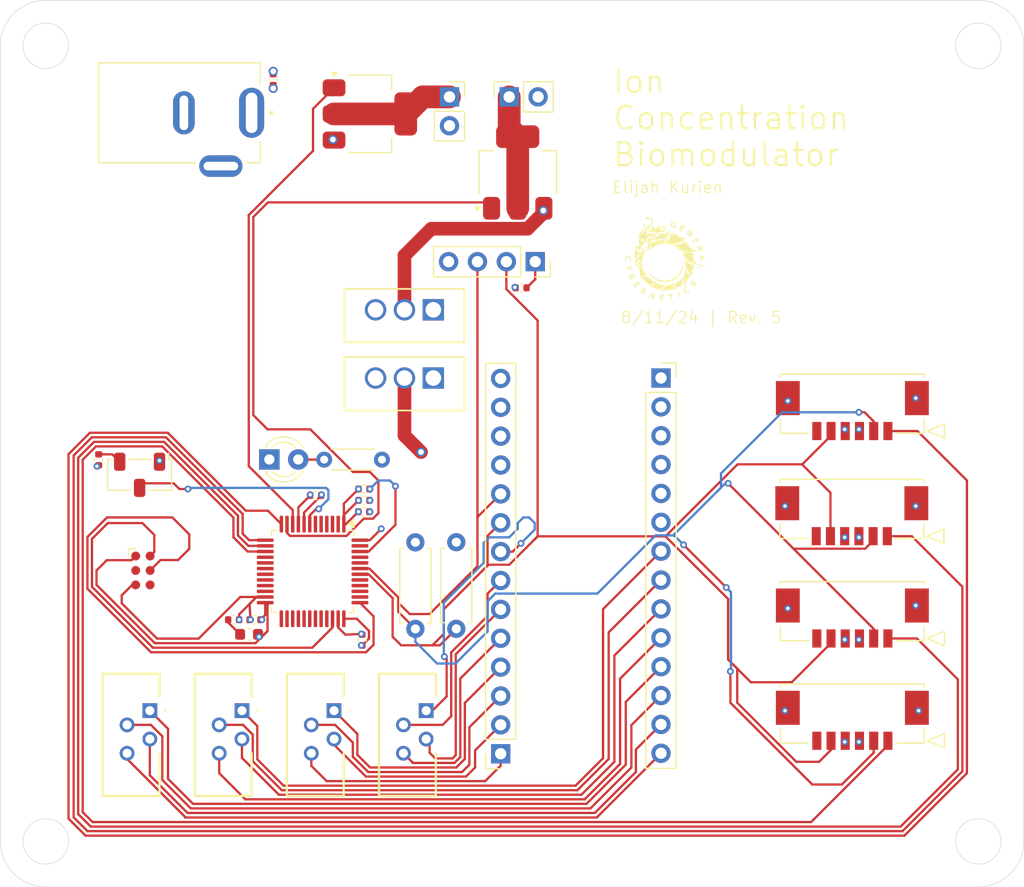
<source format=kicad_pcb>
(kicad_pcb (version 20240108) (generator "pcbnew") (generator_version "8.0")
  (layers (0 "F.Cu" signal) (1 "In1.Cu" power "Power") (2 "In2.Cu" power "GND") (31 "B.Cu" signal) (34 "B.Paste" user) (35 "F.Paste" user) (36 "B.SilkS" user "B.Silkscreen") (37 "F.SilkS" user "F.Silkscreen") (38 "B.Mask" user) (39 "F.Mask" user) (44 "Edge.Cuts" user))
  (net 0 "")
  (net 1 "GND")
  (net 2 "Net-(SW2-A)")
  (net 3 "+3.3V")
  (net 4 "Net-(C25-Pad1)")
  (net 5 "Net-(D2-A)")
  (net 6 "Net-(J11-Pin_5)")
  (net 7 "Net-(J11-Pin_6)")
  (net 8 "Net-(J11-Pin_8)")
  (net 9 "Net-(J11-Pin_7)")
  (net 10 "Net-(J11-Pin_1)")
  (net 11 "Net-(J11-Pin_4)")
  (net 12 "Net-(J11-Pin_2)")
  (net 13 "Net-(J11-Pin_3)")
  (net 14 "/I2C_SDA")
  (net 15 "+5V")
  (net 16 "Net-(J12-Pin_9)")
  (net 17 "Net-(J12-Pin_13)")
  (net 18 "Net-(J12-Pin_12)")
  (net 19 "Net-(J12-Pin_8)")
  (net 22 "Net-(J12-Pin_7)")
  (net 24 "Net-(J12-Pin_14)")
  (net 25 "Net-(J12-Pin_11)")
  (net 26 "Net-(J12-Pin_10)")
  (net 28 "/SWDIO")
  (net 30 "/SWCLK")
  (net 32 "Net-(J16-Pin_1)")
  (net 33 "+12V")
  (net 34 "/PELT_OUT")
  (net 35 "/SOLEN_OUT")
  (net 36 "/NRST")
  (net 37 "/I2C_SCK")
  (net 40 "/IRQn3")
  (net 53 "/IRQn4")
  (net 68 "/IRQn1")
  (net 69 "/IRQn2")
  (net 70 "Net-(Q3-D)")
  (footprint "Inductor_SMD:L_0603_1608Metric" (layer "F.Cu") (at 142.875 106.7875)
    (property "Reference" "FB2" (hide yes))
    (property "Value" "120R")
  )
  (footprint "Resistor_THT:R_Axial_DIN0207_L6.3mm_D2.5mm_P7.62mm_Horizontal" (layer "F.Cu") (at 161.1 98.68 -90)
    (property "Reference" "R1" (hide yes))
    (property "Value" "10,000R")
  )
  (footprint "Package_TO_SOT_SMD:SOT-223-3_TabPin2" (layer "F.Cu") (at 153.5 61)
    (property "Reference" "Q1" (hide yes))
    (property "Value" "NDT3055L")
  )
  (footprint "Capacitor_SMD:C_0402_1005Metric" (layer "F.Cu") (at 143.4 105.5 180)
    (property "Reference" "C18" (hide yes))
    (property "Value" "100nF")
  )
  (footprint "Resistor_THT:R_Axial_DIN0204_L3.6mm_D1.6mm_P5.08mm_Horizontal" (layer "F.Cu") (at 154.56 91.4125 180)
    (property "Reference" "R2" (hide yes))
    (property "Value" "220R")
  )
  (footprint "microfluidics:39532045" (layer "F.Cu") (at 158.45 113.5 -90)
    (property "Reference" "J8" (hide yes))
    (property "Value" "39-53-2045" (hide yes))
  )
  (footprint "Capacitor_SMD:C_0402_1005Metric" (layer "F.Cu") (at 148.7375 94.5625)
    (property "Reference" "C21" (hide yes))
    (property "Value" "100nF")
  )
  (footprint "microfluidics:39532045" (layer "F.Cu") (at 150.35 113.5 -90)
    (property "Reference" "J10" (hide yes))
    (property "Value" "39-53-2045" (hide yes))
  )
  (footprint "Capacitor_SMD:C_0402_1005Metric" (layer "F.Cu") (at 129.65 91.43 90)
    (property "Reference" "C14" (hide yes))
    (property "Value" "100nF")
  )
  (footprint "Capacitor_SMD:C_0402_1005Metric" (layer "F.Cu") (at 152.8125 107.2925 90)
    (property "Reference" "C16" (hide yes))
    (property "Value" "1uF")
  )
  (footprint "Connector_PinSocket_2.54mm:PinSocket_1x02_P2.54mm_Vertical" (layer "F.Cu") (at 165.75 59.5 90)
    (property "Reference" "PE1" (hide yes))
    (property "Value" "PeltierElement")
  )
  (footprint "LED_THT:LED_D3.0mm" (layer "F.Cu") (at 144.66 91.4)
    (property "Reference" "D2" (hide yes))
    (property "Value" "LED")
  )
  (footprint "microfluidics:39532045" (layer "F.Cu") (at 142.25 113.5 -90)
    (property "Reference" "J13" (hide yes))
    (property "Value" "39-53-2045" (hide yes))
  )
  (footprint "LOGO" (layer "F.Cu") (at 179.5 74)
    (property "Reference" "G***" (hide yes))
    (property "Value" "LOGO" (hide yes))
  )
  (footprint "Button_Switch_SMD:Nidec_Copal_CAS-120A" (layer "F.Cu") (at 133.25 92.75 -90)
    (property "Reference" "SW2" (hide yes))
    (property "Value" "SW_Nidec_CAS-120A1")
  )
  (footprint "Package_TO_SOT_SMD:SOT-223-3_TabPin2" (layer "F.Cu") (at 166.5 66.15 90)
    (property "Reference" "Q3" (hide yes))
    (property "Value" "NDT3055L")
  )
  (footprint "co2_sensor_footprint:CON_532610671" (layer "F.Cu") (at 199.05 88.899999 180)
    (property "Reference" "J4" (hide yes))
    (property "Value" "532610671" (hide yes))
  )
  (footprint "Capacitor_SMD:C_0402_1005Metric" (layer "F.Cu") (at 145 57.98 90)
    (property "Reference" "C1" (hide yes))
    (property "Value" "1uF")
  )
  (footprint "co2_sensor_footprint:CON_532610671" (layer "F.Cu") (at 199.05 107.149999 180)
    (property "Reference" "J1" (hide yes))
    (property "Value" "532610671" (hide yes))
  )
  (footprint "co2_sensor_footprint:CON_532610671" (layer "F.Cu") (at 199 98.149999 180)
    (property "Reference" "J3" (hide yes))
    (property "Value" "532610671" (hide yes))
  )
  (footprint "Resistor_THT:R_Axial_DIN0207_L6.3mm_D2.5mm_P7.62mm_Horizontal" (layer "F.Cu") (at 157.5 98.69 -90)
    (property "Reference" "R3" (hide yes))
    (property "Value" "10,000R")
  )
  (footprint "Package_QFP:LQFP-48_7x7mm_P0.5mm" (layer "F.Cu") (at 148.4625 101.25 -90)
    (property "Reference" "U6" (hide yes))
    (property "Value" "STM32F410C8Tx")
  )
  (footprint "Connector_PinSocket_2.54mm:PinSocket_1x04_P2.54mm_Vertical" (layer "F.Cu") (at 168.04 74 -90)
    (property "Reference" "J5" (hide yes))
    (property "Value" "Conn_01x04_Socket" (hide yes))
  )
  (footprint "co2_sensor_footprint:CON_532610671" (layer "F.Cu") (at 199.05 116.149999 180)
    (property "Reference" "J2" (hide yes))
    (property "Value" "532610671" (hide yes))
  )
  (footprint "lm1084IT_regulator:T03B" (layer "F.Cu") (at 154 85.25 180)
    (property "Reference" "U3" (hide yes))
    (property "Value" "LM1084-3.3" (hide yes))
  )
  (footprint "microfluidics:39532045" (layer "F.Cu") (at 134.15 113.5 -90)
    (property "Reference" "J14" (hide yes))
    (property "Value" "39-53-2045" (hide yes))
  )
  (footprint "Connector_PinSocket_2.54mm:PinSocket_1x14_P2.54mm_Vertical" (layer "F.Cu") (at 165 117.29 180)
    (property "Reference" "J11" (hide yes))
    (property "Value" "Conn_01x14_Pin" (hide yes))
  )
  (footprint "lm1084IT_regulator:T03B" (layer "F.Cu") (at 154 79.25 180)
    (property "Reference" "U2" (hide yes))
    (property "Value" "LM1084-5.0" (hide yes))
  )
  (footprint "Connector_PinSocket_2.54mm:PinSocket_1x14_P2.54mm_Vertical" (layer "F.Cu") (at 179.1 84.23)
    (property "Reference" "J12" (hide yes))
    (property "Value" "Conn_01x14_Pin" (hide yes))
  )
  (footprint "Capacitor_SMD:C_0402_1005Metric" (layer "F.Cu") (at 152.96 96)
    (property "Reference" "C22" (hide yes))
    (property "Value" "100nF")
  )
  (footprint "Capacitor_SMD:C_0402_1005Metric" (layer "F.Cu") (at 152.98 95)
    (property "Reference" "C24" (hide yes))
    (property "Value" "1uF")
  )
  (footprint "Capacitor_SMD:C_0402_1005Metric" (layer "F.Cu") (at 152.98 94)
    (property "Reference" "C23" (hide yes))
    (property "Value" "100nF")
  )
  (footprint "Connector:Tag-Connect_TC2030-IDC-FP_2x03_P1.27mm_Vertical" (layer "F.Cu") (at 133.54 101.165 -90)
    (property "Reference" "J15" (hide yes))
    (property "Value" "Conn_ARM_SWD_TagConnect_TC2030")
  )
  (footprint "Capacitor_SMD:C_0402_1005Metric" (layer "F.Cu") (at 166.8 76.3)
    (property "Reference" "C2" (hide yes))
    (property "Value" "100nF")
  )
  (footprint "Connector_PinSocket_2.54mm:PinSocket_1x02_P2.54mm_Vertical" (layer "F.Cu") (at 160.5 59.5)
    (property "Reference" "J16" (hide yes))
    (property "Value" "Conn_01x02_Socket")
  )
  (footprint "barrel_jack_EJ508A:MPD_EJ508A" (layer "F.Cu") (at 140.395 60.9 -90)
    (property "Reference" "J18" (hide yes))
    (property "Value" "EJ508A")
  )
  (footprint "Capacitor_SMD:C_0402_1005Metric" (layer "F.Cu") (at 141.52 105.5)
    (property "Reference" "C25" (hide yes))
    (property "Value" "1uF")
  )
  (gr_arc (start 121 55) (mid 122.171573 52.171573) (end 125 51) (stroke (width 0.05)) (layer "Edge.Cuts"))
  (gr_line (start 207 129) (end 125 129) (stroke (width 0.05)) (layer "Edge.Cuts"))
  (gr_arc (start 125 129) (mid 122.171573 127.828427) (end 121 125) (stroke (width 0.05)) (layer "Edge.Cuts"))
  (gr_circle (center 207 125) (end 207 123) (stroke (width 0.05)) (fill none) (layer "Edge.Cuts"))
  (gr_circle (center 125 125) (end 125 123) (stroke (width 0.05)) (fill none) (layer "Edge.Cuts"))
  (gr_circle (center 207 55) (end 207 53) (stroke (width 0.05)) (fill none) (layer "Edge.Cuts"))
  (gr_line (start 125 51) (end 207 51) (stroke (width 0.05)) (layer "Edge.Cuts"))
  (gr_arc (start 211 125) (mid 209.828427 127.828427) (end 207 129) (stroke (width 0.05)) (layer "Edge.Cuts"))
  (gr_line (start 121 125) (end 121 55) (stroke (width 0.05)) (layer "Edge.Cuts"))
  (gr_line (start 211 55) (end 211 125) (stroke (width 0.05)) (layer "Edge.Cuts"))
  (gr_circle (center 125 55) (end 125 53) (stroke (width 0.05)) (fill none) (layer "Edge.Cuts"))
  (gr_arc (start 207 51) (mid 209.828427 52.171573) (end 211 55) (stroke (width 0.05)) (layer "Edge.Cuts"))
  (gr_text "Elijah Kurien" (at 174.75 68.05 0) (layer "F.SilkS") (effects (font (size 1 1) (thickness 0.1)) (justify left bottom)))
  (gr_text "Ion\nConcentration\nBiomodulator" (at 174.75 65.75 0) (layer "F.SilkS") (effects (font (size 2 2) (thickness 0.2)) (justify left bottom)))
  (gr_text "8/11/24 | Rev. 5\n" (at 175.5 79.5 0) (layer "F.SilkS") (effects (font (size 1 1) (thickness 0.1)) (justify left bottom)))
  (segment (start 132.598565 102.435) (end 132.905 102.435) (width 0.2) (layer "F.Cu") (net 1))
  (segment (start 152.75 106.75) (end 152.8125 106.8125) (width 0.2) (layer "F.Cu") (net 1))
  (segment (start 143.53009 103.5) (end 142 105.03009) (width 0.2) (layer "F.Cu") (net 1))
  (segment (start 144.3 103.5) (end 143.53009 103.5) (width 0.2) (layer "F.Cu") (net 1))
  (segment (start 142.92 104.11009) (end 143 105.5) (width 0.2) (layer "F.Cu") (net 1))
  (segment (start 149.25 94.5) (end 149.28 94.5) (width 0.2) (layer "F.Cu") (net 1))
  (segment (start 150.7125 106.18241) (end 151.34259 106.8125) (width 0.2) (layer "F.Cu") (net 1))
  (segment (start 153.39491 99.5) (end 155.75 97.14491) (width 0.2) (layer "F.Cu") (net 1))
  (segment (start 147.7125 97.0875) (end 147.7125 96.0675) (width 0.2) (layer "F.Cu") (net 1))
  (segment (start 149.25 94.53) (end 149.25 94.5) (width 0.2) (layer "F.Cu") (net 1))
  (segment (start 168.04 75.54) (end 167.28 76.3) (width 0.2) (layer "F.Cu") (net 1))
  (segment (start 149.28 94.5) (end 149.2175 94.5625) (width 0.2) (layer "F.Cu") (net 1))
  (segment (start 144.3 103.5) (end 142.103866 103.5) (width 0.2) (layer "F.Cu") (net 1))
  (segment (start 134.786065 107.1625) (end 131.6787 104.055135) (width 0.2) (layer "F.Cu") (net 1))
  (segment (start 152.625 99.5) (end 153.39491 99.5) (width 0.2) (layer "F.Cu") (net 1))
  (segment (start 138.441366 107.1625) (end 134.786065 107.1625) (width 0.2) (layer "F.Cu") (net 1))
  (segment (start 142.103866 103.5) (end 138.441366 107.1625) (width 0.2) (layer "F.Cu") (net 1))
  (segment (start 150.7125 105.4125) (end 150.7125 106.18241) (width 0.2) (layer "F.Cu") (net 1))
  (segment (start 155.75 97.14491) (end 155.75 93.75) (width 0.2) (layer "F.Cu") (net 1))
  (segment (start 143.53009 103.5) (end 142.92 104.11009) (width 0.2) (layer "F.Cu") (net 1))
  (segment (start 143 105.5) (end 142.92 105.5) (width 0.2) (layer "F.Cu") (net 1))
  (segment (start 151.34259 106.8125) (end 152.75 106.75) (width 0.2) (layer "F.Cu") (net 1))
  (segment (start 142 105.03009) (end 142 105.5) (width 0.2) (layer "F.Cu") (net 1))
  (segment (start 131.6787 104.055135) (end 131.6787 103.354865) (width 0.2) (layer "F.Cu") (net 1))
  (segment (start 131.6787 103.354865) (end 132.598565 102.435) (width 0.2) (layer "F.Cu") (net 1))
  (segment (start 168.04 74) (end 168.04 75.54) (width 0.2) (layer "F.Cu") (net 1))
  (segment (start 147.7125 96.0675) (end 149.25 94.53) (width 0.2) (layer "F.Cu") (net 1))
  (via (at 201.5 104.25) (size 0.6) (drill 0.3) (layers "F.Cu" "B.Cu") (net 1))
  (via (at 153.5 95) (size 0.6) (drill 0.3) (layers "F.Cu" "B.Cu") (net 1))
  (via (at 195.25 107.25) (size 0.6) (drill 0.3) (layers "F.Cu" "B.Cu") (net 1))
  (via (at 201.5 95.5) (size 0.6) (drill 0.3) (layers "F.Cu" "B.Cu") (net 1))
  (via (at 135 91.5) (size 0.6) (drill 0.3) (layers "F.Cu" "B.Cu") (net 1))
  (via (at 190 95.5) (size 0.6) (drill 0.3) (layers "F.Cu" "B.Cu") (net 1))
  (via (at 145 57.25) (size 0.8) (drill 0.5) (layers "F.Cu" "B.Cu") (net 1))
  (via (at 153.5 94) (size 0.6) (drill 0.3) (layers "F.Cu" "B.Cu") (net 1))
  (via (at 201.75 113.5) (size 0.6) (drill 0.3) (layers "F.Cu" "B.Cu") (net 1))
  (via (at 149.25 94.5) (size 0.6) (drill 0.3) (layers "F.Cu" "B.Cu") (net 1))
  (via (at 190.25 104.5) (size 0.6) (drill 0.3) (layers "F.Cu" "B.Cu") (net 1))
  (via (at 190.25 86.25) (size 0.6) (drill 0.3) (layers "F.Cu" "B.Cu") (net 1))
  (via (at 195.25 88.75) (size 0.6) (drill 0.3) (layers "F.Cu" "B.Cu") (net 1))
  (via (at 190 113.5) (size 0.6) (drill 0.3) (layers "F.Cu" "B.Cu") (net 1))
  (via (at 195.25 98.25) (size 0.6) (drill 0.3) (layers "F.Cu" "B.Cu") (net 1))
  (via (at 129.5 92) (size 0.6) (drill 0.3) (layers "F.Cu" "B.Cu") (net 1))
  (via (at 195.25 116.25) (size 0.6) (drill 0.3) (layers "F.Cu" "B.Cu") (net 1))
  (via (at 152.75 106.75) (size 0.6) (drill 0.3) (layers "F.Cu" "B.Cu") (net 1))
  (via (at 201.5 86) (size 0.6) (drill 0.3) (layers "F.Cu" "B.Cu") (net 1))
  (via (at 142 105.5) (size 0.6) (drill 0.3) (layers "F.Cu" "B.Cu") (net 1))
  (via (at 153.5 96) (size 0.6) (drill 0.3) (layers "F.Cu" "B.Cu") (net 1))
  (via (at 143 105.5) (size 0.6) (drill 0.3) (layers "F.Cu" "B.Cu") (net 1))
  (via (at 155.75 93.75) (size 0.6) (drill 0.3) (layers "F.Cu" "B.Cu") (net 1))
  (segment (start 154.25 93.25) (end 153.5 94) (width 0.2) (layer "B.Cu") (net 1))
  (segment (start 155.25 93.25) (end 154.25 93.25) (width 0.2) (layer "B.Cu") (net 1))
  (segment (start 155.75 93.75) (end 155.25 93.25) (width 0.2) (layer "B.Cu") (net 1))
  (segment (start 129.65 90.95) (end 130.85 90.95) (width 0.2) (layer "F.Cu") (net 2))
  (segment (start 130.85 90.95) (end 131.5 91.6) (width 0.2) (layer "F.Cu") (net 2))
  (segment (start 144.5 106.5) (end 144.2125 106.7875) (width 0.2) (layer "F.Cu") (net 3))
  (segment (start 144.5 106.5) (end 143.4375 107.5625) (width 0.2) (layer "F.Cu") (net 3))
  (segment (start 143.88 105.5) (end 143.88 105.5) (width 0.2) (layer "F.Cu") (net 3))
  (segment (start 143.4375 107.5625) (end 134.588217 107.5625) (width 0.2) (layer "F.Cu") (net 3))
  (segment (start 130.363167 100.26255) (end 132.53745 100.26255) (width 0.2) (layer "F.Cu") (net 3))
  (segment (start 151.2125 97.0875) (end 151.3925 97.0875) (width 0.2) (layer "F.Cu") (net 3))
  (segment (start 151.2125 95.2875) (end 152.5 94) (width 0.2) (layer "F.Cu") (net 3))
  (segment (start 129.46255 101.163167) (end 130.363167 100.26255) (width 0.2) (layer "F.Cu") (net 3))
  (segment (start 153.5 98.5) (end 154.5 97.5) (width 0.2) (layer "F.Cu") (net 3))
  (segment (start 132.53745 100.26255) (end 132.905 99.895) (width 0.2) (layer "F.Cu") (net 3))
  (segment (start 151.2125 97.0875) (end 151.2125 96.2875) (width 0.2) (layer "F.Cu") (net 3))
  (segment (start 143.75 107) (end 143.6625 106.7875) (width 0.2) (layer "F.Cu") (net 3))
  (segment (start 151.2125 97.0875) (end 151.2125 95.2875) (width 0.2) (layer "F.Cu") (net 3))
  (segment (start 151.2125 105.4125) (end 152.348634 105.4125) (width 0.2) (layer "F.Cu") (net 3))
  (segment (start 144.3 104) (end 144.3 105.08) (width 0.2) (layer "F.Cu") (net 3))
  (segment (start 134.588217 107.5625) (end 129.46255 102.436833) (width 0.2) (layer "F.Cu") (net 3))
  (segment (start 129.46255 102.436833) (end 129.46255 101.163167) (width 0.2) (layer "F.Cu") (net 3))
  (segment (start 152.75 107.75) (end 152.75 107.835) (width 0.2) (layer "F.Cu") (net 3))
  (segment (start 144.3 104) (end 144.5 104.2) (width 0.2) (layer "F.Cu") (net 3))
  (segment (start 152.835 107.75) (end 152.75 107.75) (width 0.2) (layer "F.Cu") (net 3))
  (segment (start 152.5 95.98) (end 152.48 96) (width 0.2) (layer "F.Cu") (net 3))
  (segment (start 148.32 94.5) (end 148.2575 94.5625) (width 0.2) (layer "F.Cu") (net 3))
  (segment (start 148.25 94.57) (end 148.25 94.5) (width 0.2) (layer "F.Cu") (net 3))
  (segment (start 147.2125 97.0875) (end 147.2125 95.6075) (width 0.2) (layer "F.Cu") (net 3))
  (segment (start 152.348634 105.4125) (end 153.4225 106.486366) (width 0.2) (layer "F.Cu") (net 3))
  (segment (start 144 105.38) (end 144 105.5) (width 0.2) (layer "F.Cu") (net 3))
  (segment (start 156.54 84.234) (end 156.54 89.29) (width 1.2) (layer "F.Cu") (net 3))
  (segment (start 144.5 104.2) (end 144.5 106.5) (width 0.2) (layer "F.Cu") (net 3))
  (segment (start 152.75 107.835) (end 152.8125 107.7725) (width 0.2) (layer "F.Cu") (net 3))
  (segment (start 144 105.5) (end 143.88 105.5) (width 0.2) (layer "F.Cu") (net 3))
  (segment (start 151.2125 96.2875) (end 152.5 95) (width 0.2) (layer "F.Cu") (net 3))
  (segment (start 153.4225 107.1625) (end 152.835 107.75) (width 0.2) (layer "F.Cu") (net 3))
  (segment (start 153.4225 106.486366) (end 153.4225 107.1625) (width 0.2) (layer "F.Cu") (net 3))
  (segment (start 147.2125 95.6075) (end 148.25 94.57) (width 0.2) (layer "F.Cu") (net 3))
  (segment (start 152.625 98.5) (end 153.5 98.5) (width 0.2) (layer "F.Cu") (net 3))
  (segment (start 148.25 94.5) (end 148.32 94.5) (width 0.2) (layer "F.Cu") (net 3))
  (segment (start 151.3925 97.0875) (end 152.48 96) (width 0.2) (layer "F.Cu") (net 3))
  (segment (start 152.5 96) (end 152.5 95.98) (width 0.2) (layer "F.Cu") (net 3))
  (segment (start 152.48 96) (end 152.5 96) (width 0.2) (layer "F.Cu") (net 3))
  (segment (start 156.54 89.29) (end 158 90.75) (width 1.2) (layer "F.Cu") (net 3))
  (segment (start 144.2125 106.7875) (end 143.75 107) (width 0.2) (layer "F.Cu") (net 3))
  (segment (start 144.3 105.08) (end 144 105.38) (width 0.2) (layer "F.Cu") (net 3))
  (via (at 152.5 95) (size 0.6) (drill 0.3) (layers "F.Cu" "B.Cu") (net 3))
  (via (at 196.5 98.25) (size 0.6) (drill 0.3) (layers "F.Cu" "B.Cu") (net 3))
  (via (at 152.5 96) (size 0.6) (drill 0.3) (layers "F.Cu" "B.Cu") (net 3))
  (via (at 148.25 94.5) (size 0.6) (drill 0.3) (layers "F.Cu" "B.Cu") (net 3))
  (via (at 158 90.75) (size 0.8) (drill 0.5) (layers "F.Cu" "B.Cu") (net 3))
  (via (at 196.5 116.25) (size 0.6) (drill 0.3) (layers "F.Cu" "B.Cu") (net 3))
  (via (at 152.5 94) (size 0.6) (drill 0.3) (layers "F.Cu" "B.Cu") (net 3))
  (via (at 196.5 88.75) (size 0.6) (drill 0.3) (layers "F.Cu" "B.Cu") (net 3))
  (via (at 144 105.5) (size 0.6) (drill 0.3) (layers "F.Cu" "B.Cu") (net 3))
  (via (at 196.5 107.25) (size 0.6) (drill 0.3) (layers "F.Cu" "B.Cu") (net 3))
  (via (at 152.75 107.75) (size 0.6) (drill 0.3) (layers "F.Cu" "B.Cu") (net 3))
  (via (at 143.75 107) (size 0.6) (drill 0.3) (layers "F.Cu" "B.Cu") (net 3))
  (via (at 154.5 97.5) (size 0.6) (drill 0.3) (layers "F.Cu" "B.Cu") (net 3))
  (via (at 166.25 76.25) (size 0.6) (drill 0.3) (layers "F.Cu" "B.Cu") (net 3))
  (segment (start 141.04 105.74) (end 142.0875 106.7875) (width 0.2) (layer "F.Cu") (net 4))
  (segment (start 141.04 105.5) (end 141.04 105.74) (width 0.2) (layer "F.Cu") (net 4))
  (segment (start 147.2125 91.4125) (end 147.2 91.4) (width 0.2) (layer "F.Cu") (net 5))
  (segment (start 149.48 91.4125) (end 147.2125 91.4125) (width 0.2) (layer "F.Cu") (net 5))
  (segment (start 165 107.13) (end 161.45 110.68) (width 0.2) (layer "F.Cu") (net 6))
  (segment (start 157.25 118.05) (end 156.45 117.25) (width 0.2) (layer "F.Cu") (net 6))
  (segment (start 160.934314 118.1) (end 157.25 118.1) (width 0.2) (layer "F.Cu") (net 6))
  (segment (start 157.25 118.1) (end 157.25 118.05) (width 0.2) (layer "F.Cu") (net 6))
  (segment (start 161.45 110.68) (end 161.45 117.584314) (width 0.2) (layer "F.Cu") (net 6))
  (segment (start 161.45 117.584314) (end 160.934314 118.1) (width 0.2) (layer "F.Cu") (net 6))
  (segment (start 158.75 116.3) (end 158.45 116) (width 0.2) (layer "F.Cu") (net 7))
  (segment (start 159.25 117.7) (end 158.75 117.2) (width 0.2) (layer "F.Cu") (net 7))
  (segment (start 160.768628 117.7) (end 159.25 117.7) (width 0.2) (layer "F.Cu") (net 7))
  (segment (start 158.75 117.2) (end 158.75 116.3) (width 0.2) (layer "F.Cu") (net 7))
  (segment (start 161.05 117.418628) (end 160.768628 117.7) (width 0.2) (layer "F.Cu") (net 7))
  (segment (start 165 104.59) (end 161.05 108.54) (width 0.2) (layer "F.Cu") (net 7))
  (segment (start 161.05 108.54) (end 161.05 117.418628) (width 0.2) (layer "F.Cu") (net 7))
  (segment (start 166.05647 99.51) (end 166.783235 98.783235) (width 0.2) (layer "F.Cu") (net 8))
  (segment (start 160.05 108.75) (end 160.25 108.95) (width 0.2) (layer "F.Cu") (net 8))
  (segment (start 165 99.51) (end 166.05647 99.51) (width 0.2) (layer "F.Cu") (net 8))
  (segment (start 160.25 108.95) (end 160.25 112.25) (width 0.2) (layer "F.Cu") (net 8))
  (segment (start 159 113.5) (end 158.45 113.5) (width 0.2) (layer "F.Cu") (net 8))
  (segment (start 160.25 112.25) (end 159 113.5) (width 0.2) (layer "F.Cu") (net 8))
  (via (at 160.05 108.75) (size 0.6) (drill 0.3) (layers "F.Cu" "B.Cu") (net 8))
  (via (at 166.783235 98.783235) (size 0.6) (drill 0.3) (layers "F.Cu" "B.Cu") (net 8))
  (segment (start 160 108.7) (end 160.05 108.75) (width 0.2) (layer "B.Cu") (net 8))
  (segment (start 163.5 100.5) (end 160 104) (width 0.2) (layer "B.Cu") (net 8))
  (segment (start 167 96.5) (end 166.5 97) (width 0.2) (layer "B.Cu") (net 8))
  (segment (start 166.5 97) (end 166.5 97.5) (width 0.2) (layer "B.Cu") (net 8))
  (segment (start 168 97.56647) (end 168 97) (width 0.2) (layer "B.Cu") (net 8))
  (segment (start 164 98.25) (end 163.5 98.75) (width 0.2) (layer "B.Cu") (net 8))
  (segment (start 168 97) (end 167.5 96.5) (width 0.2) (layer "B.Cu") (net 8))
  (segment (start 167.5 96.5) (end 167 96.5) (width 0.2) (layer "B.Cu") (net 8))
  (segment (start 166.783235 98.783235) (end 168 97.56647) (width 0.2) (layer "B.Cu") (net 8))
  (segment (start 160 104) (end 160 108.7) (width 0.2) (layer "B.Cu") (net 8))
  (segment (start 165.75 98.25) (end 164 98.25) (width 0.2) (layer "B.Cu") (net 8))
  (segment (start 163.5 98.75) (end 163.5 100.5) (width 0.2) (layer "B.Cu") (net 8))
  (segment (start 166.5 97.5) (end 165.75 98.25) (width 0.2) (layer "B.Cu") (net 8))
  (segment (start 160.65 108.374314) (end 160.65 114) (width 0.2) (layer "F.Cu") (net 9))
  (segment (start 163.85 103.2) (end 163.85 105.174314) (width 0.2) (layer "F.Cu") (net 9))
  (segment (start 163.85 105.174314) (end 160.65 108.374314) (width 0.2) (layer "F.Cu") (net 9))
  (segment (start 165 102.05) (end 163.85 103.2) (width 0.2) (layer "F.Cu") (net 9))
  (segment (start 160.65 114) (end 159.9 114.75) (width 0.2) (layer "F.Cu") (net 9))
  (segment (start 159.9 114.75) (end 156.45 114.75) (width 0.2) (layer "F.Cu") (net 9))
  (segment (start 149.7 119.7) (end 148.35 118.35) (width 0.2) (layer "F.Cu") (net 10))
  (segment (start 165 118.34) (end 163.64 119.7) (width 0.2) (layer "F.Cu") (net 10))
  (segment (start 165 117.29) (end 165 118.34) (width 0.2) (layer "F.Cu") (net 10))
  (segment (start 163.64 119.7) (end 149.7 119.7) (width 0.2) (layer "F.Cu") (net 10))
  (segment (start 148.35 118.35) (end 148.35 117.25) (width 0.2) (layer "F.Cu") (net 10))
  (segment (start 161.85 117.75) (end 161.1 118.5) (width 0.2) (layer "F.Cu") (net 11))
  (segment (start 153.515686 118.5) (end 152.4 117.384314) (width 0.2) (layer "F.Cu") (net 11))
  (segment (start 152.4 117.384314) (end 152.4 115.55) (width 0.2) (layer "F.Cu") (net 11))
  (segment (start 161.1 118.5) (end 153.515686 118.5) (width 0.2) (layer "F.Cu") (net 11))
  (segment (start 165 109.67) (end 161.85 112.82) (width 0.2) (layer "F.Cu") (net 11))
  (segment (start 152.4 115.55) (end 150.35 113.5) (width 0.2) (layer "F.Cu") (net 11))
  (segment (start 161.85 112.82) (end 161.85 117.75) (width 0.2) (layer "F.Cu") (net 11))
  (segment (start 150.35 116.5) (end 150.35 116) (width 0.2) (layer "F.Cu") (net 12))
  (segment (start 165 114.75) (end 162.75 117) (width 0.2) (layer "F.Cu") (net 12))
  (segment (start 162.75 117) (end 162.75 118.5) (width 0.2) (layer "F.Cu") (net 12))
  (segment (start 161.95 119.3) (end 153.15 119.3) (width 0.2) (layer "F.Cu") (net 12))
  (segment (start 162.75 118.5) (end 161.95 119.3) (width 0.2) (layer "F.Cu") (net 12))
  (segment (start 153.15 119.3) (end 150.35 116.5) (width 0.2) (layer "F.Cu") (net 12))
  (segment (start 161.6 118.9) (end 153.35 118.9) (width 0.2) (layer "F.Cu") (net 13))
  (segment (start 153.35 118.9) (end 152 117.55) (width 0.2) (layer "F.Cu") (net 13))
  (segment (start 162.25 118.25) (end 161.6 118.9) (width 0.2) (layer "F.Cu") (net 13))
  (segment (start 165 112.21) (end 162.25 114.96) (width 0.2) (layer "F.Cu") (net 13))
  (segment (start 162.25 114.96) (end 162.25 118.25) (width 0.2) (layer "F.Cu") (net 13))
  (segment (start 152 117.55) (end 152 116.306497) (width 0.2) (layer "F.Cu") (net 13))
  (segment (start 152 116.306497) (end 150.443503 114.75) (width 0.2) (layer "F.Cu") (net 13))
  (segment (start 150.443503 114.75) (end 148.35 114.75) (width 0.2) (layer "F.Cu") (net 13))
  (segment (start 197.8 106.3) (end 197.8 107.149999) (width 0.2) (layer "F.Cu") (net 14))
  (segment (start 197.05 99.249999) (end 197.75 98.549999) (width 0.2) (layer "F.Cu") (net 14))
  (segment (start 181.087438 98.912562) (end 184.837438 102.662562) (width 0.2) (layer "F.Cu") (net 14))
  (segment (start 190.749999 99.249999) (end 197.8 106.3) (width 0.2) (layer "F.Cu") (net 14))
  (segment (start 156 103.539404) (end 156 104) (width 0.2) (layer "F.Cu") (net 14))
  (segment (start 185.002438 93.502438) (end 190.749999 99.249999) (width 0.2) (layer "F.Cu") (net 14))
  (segment (start 158.75 105) (end 162.96 100.79) (width 0.2) (layer "F.Cu") (net 14))
  (segment (start 162.96 96.5) (end 162.96 96.47) (width 0.2) (layer "F.Cu") (net 14))
  (segment (start 195 120) (end 197.8 117.2) (width 0.2) (layer "F.Cu") (net 14))
  (segment (start 197 87.25) (end 197.8 88.05) (width 0.2) (layer "F.Cu") (net 14))
  (segment (start 162.96 96.5) (end 162.96 74) (width 0.2) (layer "F.Cu") (net 14))
  (segment (start 190.749999 99.249999) (end 197.05 99.249999) (width 0.2) (layer "F.Cu") (net 14))
  (segment (start 185.200735 112.800735) (end 185.200735 110.049265) (width 0.2) (layer "F.Cu") (net 14))
  (segment (start 192.4 120) (end 195 120) (width 0.2) (layer "F.Cu") (net 14))
  (segment (start 157 105) (end 158.75 105) (width 0.2) (layer "F.Cu") (net 14))
  (segment (start 197.8 88.05) (end 197.8 88.899999) (width 0.2) (layer "F.Cu") (net 14))
  (segment (start 197.75 98.549999) (end 197.75 98.149999) (width 0.2) (layer "F.Cu") (net 14))
  (segment (start 162.96 100.79) (end 162.96 96.5) (width 0.2) (layer "F.Cu") (net 14))
  (segment (start 152.625 101) (end 153.460596 101) (width 0.2) (layer "F.Cu") (net 14))
  (segment (start 162.96 96.47) (end 165 94.43) (width 0.2) (layer "F.Cu") (net 14))
  (segment (start 156 104) (end 157 105) (width 0.2) (layer "F.Cu") (net 14))
  (segment (start 185.200735 112.800735) (end 192.4 120) (width 0.2) (layer "F.Cu") (net 14))
  (segment (start 156 104) (end 156 104.81) (width 0.2) (layer "F.Cu") (net 14))
  (segment (start 153.460596 101) (end 156 103.539404) (width 0.2) (layer "F.Cu") (net 14))
  (segment (start 197.8 117.2) (end 197.8 116.149999) (width 0.2) (layer "F.Cu") (net 14))
  (segment (start 196.5 87.25) (end 197 87.25) (width 0.2) (layer "F.Cu") (net 14))
  (segment (start 156 104.81) (end 157.5 106.31) (width 0.2) (layer "F.Cu") (net 14))
  (via (at 185.002438 93.502438) (size 0.6) (drill 0.3) (layers "F.Cu" "B.Cu") (net 14))
  (via (at 185.200735 110.049265) (size 0.6) (drill 0.3) (layers "F.Cu" "B.Cu") (net 14))
  (via (at 181.087438 98.912562) (size 0.6) (drill 0.3) (layers "F.Cu" "B.Cu") (net 14))
  (via (at 184.837438 102.662562) (size 0.6) (drill 0.3) (layers "F.Cu" "B.Cu") (net 14))
  (via (at 196.5 87.25) (size 0.6) (drill 0.3) (layers "F.Cu" "B.Cu") (net 14))
  (segment (start 180.17 98.08) (end 180.254876 98.08) (width 0.2) (layer "B.Cu") (net 14))
  (segment (start 163.85 103.873654) (end 164.523654 103.2) (width 0.2) (layer "B.Cu") (net 14))
  (segment (start 184.747562 93.502438) (end 185.002438 93.502438) (width 0.2) (layer "B.Cu") (net 14))
  (segment (start 180.375 97.875) (end 181.125 97.125) (width 0.2) (layer "B.Cu") (net 14))
  (segment (start 184.837438 102.662562) (end 185.25 103.075124) (width 0.2) (layer "B.Cu") (net 14))
  (segment (start 159.40863 109.35) (end 161.030712 109.35) (width 0.2) (layer "B.Cu") (net 14))
  (segment (start 184.837438 102.662562) (end 184.837438 102.747438) (width 0.2) (layer "B.Cu") (net 14))
  (segment (start 181.125 97.125) (end 181.25 97) (width 0.2) (layer "B.Cu") (net 14))
  (segment (start 173.503654 103.2) (end 178.623654 98.08) (width 0.2) (layer "B.Cu") (net 14))
  (segment (start 185.25 103.075124) (end 185.25 110) (width 0.2) (layer "B.Cu") (net 14))
  (segment (start 180.17 98.08) (end 180.375 97.875) (width 0.2) (layer "B.Cu") (net 14))
  (segment (start 161.030712 109.35) (end 163.85 106.530712) (width 0.2) (layer "B.Cu") (net 14))
  (segment (start 178.623654 98.08) (end 180.17 98.08) (width 0.2) (layer "B.Cu") (net 14))
  (segment (start 164.523654 103.2) (end 173.503654 103.2) (width 0.2) (layer "B.Cu") (net 14))
  (segment (start 184 94.25) (end 184.747562 93.502438) (width 0.2) (layer "B.Cu") (net 14))
  (segment (start 184.375 92.625) (end 187.25 89.75) (width 0.2) (layer "B.Cu") (net 14))
  (segment (start 157.5 107.44137) (end 159.40863 109.35) (width 0.2) (layer "B.Cu") (net 14))
  (segment (start 187.25 89.75) (end 189.75 87.25) (width 0.2) (layer "B.Cu") (net 14))
  (segment (start 189.75 87.25) (end 196.5 87.25) (width 0.2) (layer "B.Cu") (net 14))
  (segment (start 184.375 93.875) (end 184.375 92.625) (width 0.2) (layer "B.Cu") (net 14))
  (segment (start 157.5 106.31) (end 157.5 107.44137) (width 0.2) (layer "B.Cu") (net 14))
  (segment (start 185.25 110) (end 185.200735 110.049265) (width 0.2) (layer "B.Cu") (net 14))
  (segment (start 163.85 106.530712) (end 163.85 103.873654) (width 0.2) (layer "B.Cu") (net 14))
  (segment (start 184 94.25) (end 184.375 93.875) (width 0.2) (layer "B.Cu") (net 14))
  (segment (start 181.25 97) (end 184 94.25) (width 0.2) (layer "B.Cu") (net 14))
  (segment (start 180.254876 98.08) (end 181.087438 98.912562) (width 0.2) (layer "B.Cu") (net 14))
  (segment (start 167.361702 71.1) (end 158.9 71.1) (width 1.2) (layer "F.Cu") (net 15))
  (segment (start 158.9 71.1) (end 156.54 73.46) (width 1.2) (layer "F.Cu") (net 15))
  (segment (start 156.54 73.46) (end 156.54 78.234) (width 1.2) (layer "F.Cu") (net 15))
  (segment (start 168.8 69.3) (end 168.8 69.661702) (width 1.2) (layer "F.Cu") (net 15))
  (segment (start 168.8 69.661702) (end 167.361702 71.1) (width 1.2) (layer "F.Cu") (net 15))
  (via (at 168.75 69.5) (size 0.8) (drill 0.5) (layers "F.Cu" "B.Cu") (net 15))
  (segment (start 179.1 104.55) (end 175 108.65) (width 0.2) (layer "F.Cu") (net 16))
  (segment (start 175 118) (end 172.1 120.9) (width 0.2) (layer "F.Cu") (net 16))
  (segment (start 175 108.65) (end 175 118) (width 0.2) (layer "F.Cu") (net 16))
  (segment (start 142.25 117.65) (end 142.25 116) (width 0.2) (layer "F.Cu") (net 16))
  (segment (start 172.1 120.9) (end 145.5 120.9) (width 0.2) (layer "F.Cu") (net 16))
  (segment (start 145.5 120.9) (end 142.25 117.65) (width 0.2) (layer "F.Cu") (net 16))
  (segment (start 137.465686 122.5) (end 134.15 119.184314) (width 0.2) (layer "F.Cu") (net 17))
  (segment (start 176.892157 116.917843) (end 176.892157 118.892157) (width 0.2) (layer "F.Cu") (net 17))
  (segment (start 134.15 119.184314) (end 134.15 116) (width 0.2) (layer "F.Cu") (net 17))
  (segment (start 179.1 114.71) (end 176.892157 116.917843) (width 0.2) (layer "F.Cu") (net 17))
  (segment (start 173.284314 122.5) (end 137.465686 122.5) (width 0.2) (layer "F.Cu") (net 17))
  (segment (start 176.892157 118.892157) (end 173.284314 122.5) (width 0.2) (layer "F.Cu") (net 17))
  (segment (start 134.243503 114.75) (end 132.15 114.75) (width 0.2) (layer "F.Cu") (net 18))
  (segment (start 179.1 112.17) (end 176.492157 114.777843) (width 0.2) (layer "F.Cu") (net 18))
  (segment (start 176.492157 114.777843) (end 176.492157 118.5) (width 0.2) (layer "F.Cu") (net 18))
  (segment (start 135.25 115.756497) (end 134.243503 114.75) (width 0.2) (layer "F.Cu") (net 18))
  (segment (start 176.492157 118.5) (end 172.892157 122.1) (width 0.2) (layer "F.Cu") (net 18))
  (segment (start 172.892157 122.1) (end 137.75 122.1) (width 0.2) (layer "F.Cu") (net 18))
  (segment (start 137.75 122.1) (end 135.25 119.6) (width 0.2) (layer "F.Cu") (net 18))
  (segment (start 135.25 119.6) (end 135.25 115.756497) (width 0.2) (layer "F.Cu") (net 18))
  (segment (start 179.1 102.01) (end 174.5 106.61) (width 0.2) (layer "F.Cu") (net 19))
  (segment (start 174.5 106.61) (end 174.5 117.75) (width 0.2) (layer "F.Cu") (net 19))
  (segment (start 171.75 120.5) (end 145.75 120.5) (width 0.2) (layer "F.Cu") (net 19))
  (segment (start 174.5 117.75) (end 171.75 120.5) (width 0.2) (layer "F.Cu") (net 19))
  (segment (start 143.2 115.606497) (end 142.343503 114.75) (width 0.2) (layer "F.Cu") (net 19))
  (segment (start 145.75 120.5) (end 143.2 117.95) (width 0.2) (layer "F.Cu") (net 19))
  (segment (start 142.343503 114.75) (end 140.25 114.75) (width 0.2) (layer "F.Cu") (net 19))
  (segment (start 143.2 117.95) (end 143.2 115.606497) (width 0.2) (layer "F.Cu") (net 19))
  (segment (start 143.6 114.85) (end 142.25 113.5) (width 0.2) (layer "F.Cu") (net 22))
  (segment (start 143.6 117.784314) (end 143.6 114.85) (width 0.2) (layer "F.Cu") (net 22))
  (segment (start 179.1 99.47) (end 174 104.57) (width 0.2) (layer "F.Cu") (net 22))
  (segment (start 174 117.684314) (end 171.584314 120.1) (width 0.2) (layer "F.Cu") (net 22))
  (segment (start 174 104.57) (end 174 117.684314) (width 0.2) (layer "F.Cu") (net 22))
  (segment (start 171.584314 120.1) (end 145.915686 120.1) (width 0.2) (layer "F.Cu") (net 22))
  (segment (start 145.915686 120.1) (end 143.6 117.784314) (width 0.2) (layer "F.Cu") (net 22))
  (segment (start 179.1 117.25) (end 173.45 122.9) (width 0.2) (layer "F.Cu") (net 24))
  (segment (start 137.25 122.85) (end 132.15 117.75) (width 0.2) (layer "F.Cu") (net 24))
  (segment (start 173.45 122.9) (end 137.25 122.9) (width 0.2) (layer "F.Cu") (net 24))
  (segment (start 132.15 117.75) (end 132.15 117.25) (width 0.2) (layer "F.Cu") (net 24))
  (segment (start 137.25 122.9) (end 137.25 122.85) (width 0.2) (layer "F.Cu") (net 24))
  (segment (start 176 112.73) (end 176 118.25) (width 0.2) (layer "F.Cu") (net 25))
  (segment (start 135.75 119.5) (end 135.75 115.1) (width 0.2) (layer "F.Cu") (net 25))
  (segment (start 179.1 109.63) (end 176 112.73) (width 0.2) (layer "F.Cu") (net 25))
  (segment (start 135.75 115.1) (end 134.15 113.5) (width 0.2) (layer "F.Cu") (net 25))
  (segment (start 176 118.25) (end 172.55 121.7) (width 0.2) (layer "F.Cu") (net 25))
  (segment (start 137.95 121.7) (end 135.75 119.5) (width 0.2) (layer "F.Cu") (net 25))
  (segment (start 172.55 121.7) (end 137.95 121.7) (width 0.2) (layer "F.Cu") (net 25))
  (segment (start 142.55 121.3) (end 140.25 119) (width 0.2) (layer "F.Cu") (net 26))
  (segment (start 175.5 110.69) (end 175.5 118.184314) (width 0.2) (layer "F.Cu") (net 26))
  (segment (start 175.5 118.184314) (end 172.384314 121.3) (width 0.2) (layer "F.Cu") (net 26))
  (segment (start 172.384314 121.3) (end 142.55 121.3) (width 0.2) (layer "F.Cu") (net 26))
  (segment (start 179.1 107.09) (end 175.5 110.69) (width 0.2) (layer "F.Cu") (net 26))
  (segment (start 140.25 119) (end 140.25 117.25) (width 0.2) (layer "F.Cu") (net 26))
  (segment (start 130.450717 97) (end 133.5 97) (width 0.2) (layer "F.Cu") (net 28))
  (segment (start 150.2125 105.4125) (end 150.2125 106.18241) (width 0.2) (layer "F.Cu") (net 28))
  (segment (start 134.54255 99.52745) (end 134.175 99.895) (width 0.2) (layer "F.Cu") (net 28))
  (segment (start 134.54255 98.04255) (end 134.54255 99.52745) (width 0.2) (layer "F.Cu") (net 28))
  (segment (start 150.2125 106.18241) (end 148.43241 107.9625) (width 0.2) (layer "F.Cu") (net 28))
  (segment (start 134.422531 107.9625) (end 129.06255 102.602519) (width 0.2) (layer "F.Cu") (net 28))
  (segment (start 148.43241 107.9625) (end 134.422531 107.9625) (width 0.2) (layer "F.Cu") (net 28))
  (segment (start 129.06255 102.602519) (end 129.06255 98.388167) (width 0.2) (layer "F.Cu") (net 28))
  (segment (start 133.5 97) (end 134.54255 98.04255) (width 0.2) (layer "F.Cu") (net 28))
  (segment (start 129.06255 98.388167) (end 130.450717 97) (width 0.2) (layer "F.Cu") (net 28))
  (segment (start 137.61745 99.261833) (end 136.629283 100.25) (width 0.2) (layer "F.Cu") (net 30))
  (segment (start 152.625 104) (end 153.8225 105.1975) (width 0.2) (layer "F.Cu") (net 30))
  (segment (start 135.09 100.25) (end 134.175 101.165) (width 0.2) (layer "F.Cu") (net 30))
  (segment (start 153.158634 108.3625) (end 134.256845 108.3625) (width 0.2) (layer "F.Cu") (net 30))
  (segment (start 130.385031 96.5) (end 136.129283 96.5) (width 0.2) (layer "F.Cu") (net 30))
  (segment (start 128.66255 102.768205) (end 128.66255 98.222481) (width 0.2) (layer "F.Cu") (net 30))
  (segment (start 153.8225 105.1975) (end 153.8225 107.698634) (width 0.2) (layer "F.Cu") (net 30))
  (segment (start 136.629283 100.25) (end 135.09 100.25) (width 0.2) (layer "F.Cu") (net 30))
  (segment (start 128.66255 98.222481) (end 130.385031 96.5) (width 0.2) (layer "F.Cu") (net 30))
  (segment (start 136.129283 96.5) (end 137.61745 97.988167) (width 0.2) (layer "F.Cu") (net 30))
  (segment (start 134.256845 108.3625) (end 128.66255 102.768205) (width 0.2) (layer "F.Cu") (net 30))
  (segment (start 153.8225 107.698634) (end 153.158634 108.3625) (width 0.2) (layer "F.Cu") (net 30))
  (segment (start 137.61745 97.988167) (end 137.61745 99.261833) (width 0.2) (layer "F.Cu") (net 30))
  (segment (start 156.65 61) (end 158.15 59.5) (width 2) (layer "F.Cu") (net 32))
  (segment (start 150.35 61) (end 156.65 61) (width 2) (layer "F.Cu") (net 32))
  (segment (start 158.15 59.5) (end 160.5 59.5) (width 2) (layer "F.Cu") (net 32))
  (via (at 150.25 63.25) (size 0.8) (drill 0.5) (layers "F.Cu" "B.Cu") (net 33))
  (via (at 145 58.75) (size 0.8) (drill 0.5) (layers "F.Cu" "B.Cu") (net 33))
  (segment (start 143.25 70.065686) (end 144.532843 68.782843) (width 0.2) (layer "F.Cu") (net 34))
  (segment (start 154.25 96.126134) (end 154.25 93.25) (width 0.2) (layer "F.Cu") (net 34))
  (segment (start 144.5 88.75) (end 143.25 87.5) (width 0.2) (layer "F.Cu") (net 34))
  (segment (start 146.2125 97.0875) (end 146.2125 97.85741) (width 0.2) (layer "F.Cu") (net 34))
  (segment (start 143.25 87.5) (end 143.25 70.065686) (width 0.2) (layer "F.Cu") (net 34))
  (segment (start 148.265256 88.75) (end 144.5 88.75) (width 0.2) (layer "F.Cu") (net 34))
  (segment (start 152.015256 92.5) (end 148.265256 88.75) (width 0.2) (layer "F.Cu") (net 34))
  (segment (start 146.48009 98.125) (end 151.44491 98.125) (width 0.2) (layer "F.Cu") (net 34))
  (segment (start 154.25 93.25) (end 153.5 92.5) (width 0.2) (layer "F.Cu") (net 34))
  (segment (start 163.682843 68.782843) (end 164.2 69.3) (width 0.2) (layer "F.Cu") (net 34))
  (segment (start 153.5 92.5) (end 152.015256 92.5) (width 0.2) (layer "F.Cu") (net 34))
  (segment (start 152.95991 96.61) (end 153.766134 96.61) (width 0.2) (layer "F.Cu") (net 34))
  (segment (start 144.532843 68.782843) (end 163.682843 68.782843) (width 0.2) (layer "F.Cu") (net 34))
  (segment (start 151.44491 98.125) (end 152.95991 96.61) (width 0.2) (layer "F.Cu") (net 34))
  (segment (start 146.2125 97.85741) (end 146.48009 98.125) (width 0.2) (layer "F.Cu") (net 34))
  (segment (start 153.766134 96.61) (end 154.25 96.126134) (width 0.2) (layer "F.Cu") (net 34))
  (segment (start 142.85 69.9) (end 148.5 64.25) (width 0.2) (layer "F.Cu") (net 35))
  (segment (start 146.7125 97.0875) (end 146.7125 95.8525) (width 0.2) (layer "F.Cu") (net 35))
  (segment (start 148.5 60.55) (end 150.35 58.7) (width 0.2) (layer "F.Cu") (net 35))
  (segment (start 146.7125 95.8525) (end 142.85 91.99) (width 0.2) (layer "F.Cu") (net 35))
  (segment (start 148.5 64.25) (end 148.5 60.55) (width 0.2) (layer "F.Cu") (net 35))
  (segment (start 142.85 91.99) (end 142.85 69.9) (width 0.2) (layer "F.Cu") (net 35))
  (segment (start 148.2125 96.31759) (end 148.78009 95.75) (width 0.2) (layer "F.Cu") (net 36))
  (segment (start 133.65 93.5) (end 133.25 93.9) (width 0.2) (layer "F.Cu") (net 36))
  (segment (start 148.2125 97.0875) (end 148.2125 96.31759) (width 0.2) (layer "F.Cu") (net 36))
  (segment (start 137.5 94) (end 136.75 94) (width 0.2) (layer "F.Cu") (net 36))
  (segment (start 136.25 93.5) (end 133.65 93.5) (width 0.2) (layer "F.Cu") (net 36))
  (segment (start 136.75 94) (end 136.25 93.5) (width 0.2) (layer "F.Cu") (net 36))
  (segment (start 148.78009 95.75) (end 149 95.75) (width 0.2) (layer "F.Cu") (net 36))
  (via (at 149 95.75) (size 0.6) (drill 0.3) (layers "F.Cu" "B.Cu") (net 36))
  (via (at 137.5 94) (size 0.6) (drill 0.3) (layers "F.Cu" "B.Cu") (net 36))
  (segment (start 149.85 94.1) (end 149.65 93.9) (width 0.2) (layer "B.Cu") (net 36))
  (segment (start 149.65 93.9) (end 137.6 93.9) (width 0.2) (layer "B.Cu") (net 36))
  (segment (start 149 95.75) (end 149.85 94.9) (width 0.2) (layer "B.Cu") (net 36))
  (segment (start 149.85 94.9) (end 149.85 94.1) (width 0.2) (layer "B.Cu") (net 36))
  (segment (start 137.6 93.9) (end 137.5 94) (width 0.2) (layer "B.Cu") (net 36))
  (segment (start 168.25 98.165) (end 168.25 79.166134) (width 0.2) (layer "F.Cu") (net 37))
  (segment (start 185 109) (end 185.5 109.5) (width 0.2) (layer "F.Cu") (net 37))
  (segment (start 163.54 101.04) (end 163.92 100.66) (width 0.2) (layer "F.Cu") (net 37))
  (segment (start 194.05 116.95) (end 194.05 116.149999) (width 0.2) (layer "F.Cu") (net 37))
  (segment (start 168.25 79.166134) (end 165.5 76.416134) (width 0.2) (layer "F.Cu") (net 37))
  (segment (start 168.25 98.165) (end 179.491346 98.165) (width 0.2) (layer "F.Cu") (net 37))
  (segment (start 156.25 107.75) (end 155.5 107) (width 0.2) (layer "F.Cu") (net 37))
  (segment (start 194.05 107.549999) (end 194.05 107.149999) (width 0.2) (layer "F.Cu") (net 37))
  (segment (start 160 106.75) (end 160 104.58) (width 0.2) (layer "F.Cu") (net 37))
  (segment (start 179.491346 98.165) (end 185.828173 91.828173) (width 0.2) (layer "F.Cu") (net 37))
  (segment (start 155.5 103.60509) (end 153.39491 101.5) (width 0.2) (layer "F.Cu") (net 37))
  (segment (start 185 103.673654) (end 185 109) (width 0.2) (layer "F.Cu") (net 37))
  (segment (start 193 118) (end 194.05 116.95) (width 0.2) (layer "F.Cu") (net 37))
  (segment (start 185.5 109.5) (end 185.800735 109.800735) (width 0.2) (layer "F.Cu") (net 37))
  (segment (start 163.92 100.66) (end 165.755 100.66) (width 0.2) (layer "F.Cu") (net 37))
  (segment (start 185.5 109.5) (end 187 111) (width 0.2) (layer "F.Cu") (net 37))
  (segment (start 159 107.75) (end 160 106.75) (width 0.2) (layer "F.Cu") (net 37))
  (segment (start 191 118) (end 193 118) (width 0.2) (layer "F.Cu") (net 37))
  (segment (start 168.025 98.39) (end 168.165 98.25) (width 0.2) (layer "F.Cu") (net 37))
  (segment (start 155.5 107) (end 155.5 103.60509) (width 0.2) (layer "F.Cu") (net 37))
  (segment (start 185.800735 112.800735) (end 191 118) (width 0.2) (layer "F.Cu") (net 37))
  (segment (start 156.25 107.75) (end 159 107.75) (width 0.2) (layer "F.Cu") (net 37))
  (segment (start 159 107.75) (end 159.65 107.75) (width 0.2) (layer "F.Cu") (net 37))
  (segment (start 194.05 89.299999) (end 194.05 88.899999) (width 0.2) (layer "F.Cu") (net 37))
  (segment (start 194 94.328173) (end 194 98.149999) (width 0.2) (layer "F.Cu") (net 37))
  (segment (start 187 111) (end 190.599999 111) (width 0.2) (layer "F.Cu") (net 37))
  (segment (start 163.54 101.04) (end 163.85 100.73) (width 0.2) (layer "F.Cu") (net 37))
  (segment (start 179.491346 98.165) (end 185 103.673654) (width 0.2) (layer "F.Cu") (net 37))
  (segment (start 191.5 91.828173) (end 194 94.328173) (width 0.2) (layer "F.Cu") (net 37))
  (segment (start 165.755 100.66) (end 168.025 98.39) (width 0.2) (layer "F.Cu") (net 37))
  (segment (start 153.39491 101.5) (end 152.625 101.5) (width 0.2) (layer "F.Cu") (net 37))
  (segment (start 191.5 91.828173) (end 191.521826 91.828173) (width 0.2) (layer "F.Cu") (net 37))
  (segment (start 185.800735 109.800735) (end 185.800735 112.800735) (width 0.2) (layer "F.Cu") (net 37))
  (segment (start 163.85 100.73) (end 163.85 98.12) (width 0.2) (layer "F.Cu") (net 37))
  (segment (start 191.521826 91.828173) (end 194.05 89.299999) (width 0.2) (layer "F.Cu") (net 37))
  (segment (start 159.65 107.75) (end 161.1 106.3) (width 0.2) (layer "F.Cu") (net 37))
  (segment (start 160 104.58) (end 163.54 101.04) (width 0.2) (layer "F.Cu") (net 37))
  (segment (start 185.828173 91.828173) (end 191.5 91.828173) (width 0.2) (layer "F.Cu") (net 37))
  (segment (start 168.025 98.39) (end 168.25 98.165) (width 0.2) (layer "F.Cu") (net 37))
  (segment (start 163.85 98.12) (end 165 96.97) (width 0.2) (layer "F.Cu") (net 37))
  (segment (start 190.599999 111) (end 194.05 107.549999) (width 0.2) (layer "F.Cu") (net 37))
  (segment (start 165.5 76.416134) (end 165.5 74) (width 0.2) (layer "F.Cu") (net 37))
  (segment (start 128.95 123.7) (end 200.168628 123.7) (width 0.2) (layer "F.Cu") (net 40))
  (segment (start 127.85 122.6) (end 128.95 123.7) (width 0.2) (layer "F.Cu") (net 40))
  (segment (start 141.9 96.34957) (end 135.40043 89.85) (width 0.2) (layer "F.Cu") (net 40))
  (segment (start 144.3 99) (end 142.815686 99) (width 0.2) (layer "F.Cu") (net 40))
  (segment (start 201.599999 107.149999) (end 199.05 107.149999) (width 0.2) (layer "F.Cu") (net 40))
  (segment (start 127.85 91.24818) (end 127.85 122.6) (width 0.2) (layer "F.Cu") (net 40))
  (segment (start 142.815686 99) (end 141.9 98.084314) (width 0.2) (layer "F.Cu") (net 40))
  (segment (start 141.9 98.084314) (end 141.9 96.34957) (width 0.2) (layer "F.Cu") (net 40))
  (segment (start 129.24818 89.85) (end 127.85 91.24818) (width 0.2) (layer "F.Cu") (net 40))
  (segment (start 135.40043 89.85) (end 129.24818 89.85) (width 0.2) (layer "F.Cu") (net 40))
  (segment (start 205.2 110.75) (end 201.599999 107.149999) (width 0.2) (layer "F.Cu") (net 40))
  (segment (start 200.168628 123.7) (end 205.2 118.668628) (width 0.2) (layer "F.Cu") (net 40))
  (segment (start 205.2 118.668628) (end 205.2 110.75) (width 0.2) (layer "F.Cu") (net 40))
  (segment (start 129.413866 90.25) (end 128.25 91.413866) (width 0.2) (layer "F.Cu") (net 53))
  (segment (start 128.25 122.434314) (end 129.115686 123.3) (width 0.2) (layer "F.Cu") (net 53))
  (segment (start 135.234744 90.25) (end 129.413866 90.25) (width 0.2) (layer "F.Cu") (net 53))
  (segment (start 144.3 99.5) (end 142.75 99.5) (width 0.2) (layer "F.Cu") (net 53))
  (segment (start 199.05 116.549999) (end 199.05 116.149999) (width 0.2) (layer "F.Cu") (net 53))
  (segment (start 128.25 91.413866) (end 128.25 122.434314) (width 0.2) (layer "F.Cu") (net 53))
  (segment (start 141.5 98.25) (end 141.5 96.515256) (width 0.2) (layer "F.Cu") (net 53))
  (segment (start 141.5 96.515256) (end 135.234744 90.25) (width 0.2) (layer "F.Cu") (net 53))
  (segment (start 129.115686 123.3) (end 192.299999 123.3) (width 0.2) (layer "F.Cu") (net 53))
  (segment (start 142.75 99.5) (end 141.5 98.25) (width 0.2) (layer "F.Cu") (net 53))
  (segment (start 192.299999 123.3) (end 199.05 116.549999) (width 0.2) (layer "F.Cu") (net 53))
  (segment (start 206 93.25) (end 201.649999 88.899999) (width 0.2) (layer "F.Cu") (net 68))
  (segment (start 127 90.934314) (end 127 123) (width 0.2) (layer "F.Cu") (net 68))
  (segment (start 201.649999 88.899999) (end 199.05 88.899999) (width 0.2) (layer "F.Cu") (net 68))
  (segment (start 142.590901 95.909099) (end 135.731802 89.05) (width 0.2) (layer "F.Cu") (net 68))
  (segment (start 200.5 124.5) (end 206 119) (width 0.2) (layer "F.Cu") (net 68))
  (segment (start 206 119) (end 206 93.25) (width 0.2) (layer "F.Cu") (net 68))
  (segment (start 128.884314 89.05) (end 127 90.934314) (width 0.2) (layer "F.Cu") (net 68))
  (segment (start 144.534099 95.909099) (end 142.590901 95.909099) (width 0.2) (layer "F.Cu") (net 68))
  (segment (start 135.731802 89.05) (end 128.884314 89.05) (width 0.2) (layer "F.Cu") (net 68))
  (segment (start 127 123) (end 128.5 124.5) (width 0.2) (layer "F.Cu") (net 68))
  (segment (start 128.5 124.5) (end 200.5 124.5) (width 0.2) (layer "F.Cu") (net 68))
  (segment (start 145.7125 97.0875) (end 144.534099 95.909099) (width 0.2) (layer "F.Cu") (net 68))
  (segment (start 142.315686 96.199571) (end 142.3 96.183885) (width 0.2) (layer "F.Cu") (net 69))
  (segment (start 135.566115 89.45) (end 129.05 89.45) (width 0.2) (layer "F.Cu") (net 69))
  (segment (start 129.05 89.45) (end 127.45 91.05) (width 0.2) (layer "F.Cu") (net 69))
  (segment (start 141.116115 95) (end 135.566115 89.45) (width 0.2) (layer "F.Cu") (net 69))
  (segment (start 205.6 118.834314) (end 205.6 102.6) (width 0.2) (layer "F.Cu") (net 69))
  (segment (start 144.3 98.5) (end 142.881372 98.5) (width 0.2) (layer "F.Cu") (net 69))
  (segment (start 127.45 91.05) (end 127.45 122.884314) (width 0.2) (layer "F.Cu") (net 69))
  (segment (start 142.3 96.183884) (end 141.116115 95) (width 0.2) (layer "F.Cu") (net 69))
  (segment (start 142.3 96.183885) (end 142.3 96.183884) (width 0.2) (layer "F.Cu") (net 69))
  (segment (start 205.6 102.6) (end 201.149999 98.149999) (width 0.2) (layer "F.Cu") (net 69))
  (segment (start 201.149999 98.149999) (end 199 98.149999) (width 0.2) (layer "F.Cu") (net 69))
  (segment (start 127.45 122.884314) (end 128.665686 124.1) (width 0.2) (layer "F.Cu") (net 69))
  (segment (start 128.665686 124.1) (end 200.334314 124.1) (width 0.2) (layer "F.Cu") (net 69))
  (segment (start 200.334314 124.1) (end 205.6 118.834314) (width 0.2) (layer "F.Cu") (net 69))
  (segment (start 142.315686 97.934314) (end 142.315686 96.199571) (width 0.2) (layer "F.Cu") (net 69))
  (segment (start 142.881372 98.5) (end 142.315686 97.934314) (width 0.2) (layer "F.Cu") (net 69))
  (segment (start 165.75 62.25) (end 165.75 59.5) (width 2) (layer "F.Cu") (net 70))
  (segment (start 166.5 63) (end 165.75 62.25) (width 2) (layer "F.Cu") (net 70))
  (segment (start 166.5 63) (end 166.5 69.3) (width 2) (layer "F.Cu") (net 70))
)
</source>
